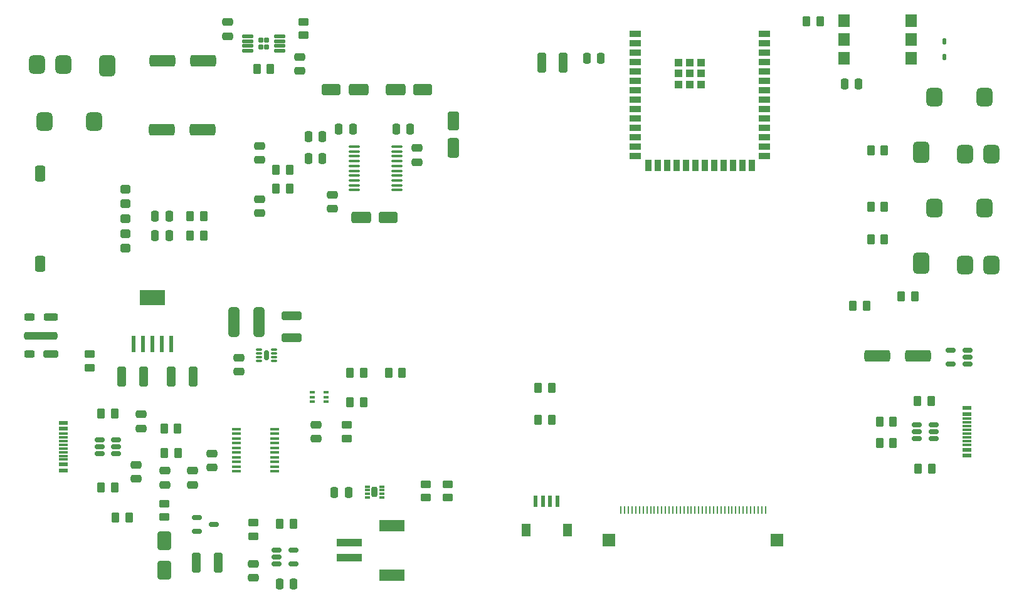
<source format=gtp>
G04 #@! TF.GenerationSoftware,KiCad,Pcbnew,7.0.6*
G04 #@! TF.CreationDate,2023-09-13T17:44:04-07:00*
G04 #@! TF.ProjectId,tulipcc,74756c69-7063-4632-9e6b-696361645f70,rev?*
G04 #@! TF.SameCoordinates,Original*
G04 #@! TF.FileFunction,Paste,Top*
G04 #@! TF.FilePolarity,Positive*
%FSLAX46Y46*%
G04 Gerber Fmt 4.6, Leading zero omitted, Abs format (unit mm)*
G04 Created by KiCad (PCBNEW 7.0.6) date 2023-09-13 17:44:04*
%MOMM*%
%LPD*%
G01*
G04 APERTURE LIST*
G04 Aperture macros list*
%AMRoundRect*
0 Rectangle with rounded corners*
0 $1 Rounding radius*
0 $2 $3 $4 $5 $6 $7 $8 $9 X,Y pos of 4 corners*
0 Add a 4 corners polygon primitive as box body*
4,1,4,$2,$3,$4,$5,$6,$7,$8,$9,$2,$3,0*
0 Add four circle primitives for the rounded corners*
1,1,$1+$1,$2,$3*
1,1,$1+$1,$4,$5*
1,1,$1+$1,$6,$7*
1,1,$1+$1,$8,$9*
0 Add four rect primitives between the rounded corners*
20,1,$1+$1,$2,$3,$4,$5,0*
20,1,$1+$1,$4,$5,$6,$7,0*
20,1,$1+$1,$6,$7,$8,$9,0*
20,1,$1+$1,$8,$9,$2,$3,0*%
G04 Aperture macros list end*
%ADD10RoundRect,0.075000X-0.275000X-0.075000X0.275000X-0.075000X0.275000X0.075000X-0.275000X0.075000X0*%
%ADD11RoundRect,0.200000X-0.200000X-0.490000X0.200000X-0.490000X0.200000X0.490000X-0.200000X0.490000X0*%
%ADD12RoundRect,0.075000X-0.325000X-0.075000X0.325000X-0.075000X0.325000X0.075000X-0.325000X0.075000X0*%
%ADD13RoundRect,0.175000X-0.175000X-0.475000X0.175000X-0.475000X0.175000X0.475000X-0.175000X0.475000X0*%
%ADD14RoundRect,0.100000X-0.637500X-0.100000X0.637500X-0.100000X0.637500X0.100000X-0.637500X0.100000X0*%
%ADD15RoundRect,0.250000X0.250000X0.475000X-0.250000X0.475000X-0.250000X-0.475000X0.250000X-0.475000X0*%
%ADD16RoundRect,0.250000X0.475000X-0.250000X0.475000X0.250000X-0.475000X0.250000X-0.475000X-0.250000X0*%
%ADD17RoundRect,0.250000X-0.250000X-0.475000X0.250000X-0.475000X0.250000X0.475000X-0.250000X0.475000X0*%
%ADD18RoundRect,0.250000X-0.475000X0.250000X-0.475000X-0.250000X0.475000X-0.250000X0.475000X0.250000X0*%
%ADD19RoundRect,0.250000X0.262500X0.450000X-0.262500X0.450000X-0.262500X-0.450000X0.262500X-0.450000X0*%
%ADD20RoundRect,0.350000X0.350000X-0.750000X0.350000X0.750000X-0.350000X0.750000X-0.350000X-0.750000X0*%
%ADD21RoundRect,0.300000X0.400000X-0.300000X0.400000X0.300000X-0.400000X0.300000X-0.400000X-0.300000X0*%
%ADD22RoundRect,0.150000X0.512500X0.150000X-0.512500X0.150000X-0.512500X-0.150000X0.512500X-0.150000X0*%
%ADD23RoundRect,0.375000X0.375000X-1.625000X0.375000X1.625000X-0.375000X1.625000X-0.375000X-1.625000X0*%
%ADD24RoundRect,0.250000X0.450000X-0.262500X0.450000X0.262500X-0.450000X0.262500X-0.450000X-0.262500X0*%
%ADD25RoundRect,0.400000X-1.350000X-0.400000X1.350000X-0.400000X1.350000X0.400000X-1.350000X0.400000X0*%
%ADD26RoundRect,0.250000X-0.450000X0.250000X-0.450000X-0.250000X0.450000X-0.250000X0.450000X0.250000X0*%
%ADD27RoundRect,0.250000X-0.700000X0.250000X-0.700000X-0.250000X0.700000X-0.250000X0.700000X0.250000X0*%
%ADD28RoundRect,0.250000X-2.000000X0.250000X-2.000000X-0.250000X2.000000X-0.250000X2.000000X0.250000X0*%
%ADD29RoundRect,0.250000X-0.750000X0.250000X-0.750000X-0.250000X0.750000X-0.250000X0.750000X0.250000X0*%
%ADD30RoundRect,0.250000X0.325000X1.100000X-0.325000X1.100000X-0.325000X-1.100000X0.325000X-1.100000X0*%
%ADD31RoundRect,0.550000X-0.550000X-0.700000X0.550000X-0.700000X0.550000X0.700000X-0.550000X0.700000X0*%
%ADD32RoundRect,0.550000X-0.550000X-0.900000X0.550000X-0.900000X0.550000X0.900000X-0.550000X0.900000X0*%
%ADD33RoundRect,0.250000X-1.100000X0.325000X-1.100000X-0.325000X1.100000X-0.325000X1.100000X0.325000X0*%
%ADD34RoundRect,0.400000X-0.950000X-0.400000X0.950000X-0.400000X0.950000X0.400000X-0.950000X0.400000X0*%
%ADD35RoundRect,0.400000X-0.900000X-0.400000X0.900000X-0.400000X0.900000X0.400000X-0.900000X0.400000X0*%
%ADD36RoundRect,0.250000X-0.325000X-1.100000X0.325000X-1.100000X0.325000X1.100000X-0.325000X1.100000X0*%
%ADD37R,1.700000X1.700000*%
%ADD38R,0.250000X1.100000*%
%ADD39RoundRect,0.250000X-0.262500X-0.450000X0.262500X-0.450000X0.262500X0.450000X-0.262500X0.450000X0*%
%ADD40RoundRect,0.157500X-0.157500X-0.222500X0.157500X-0.222500X0.157500X0.222500X-0.157500X0.222500X0*%
%ADD41RoundRect,0.125000X-0.600000X-0.125000X0.600000X-0.125000X0.600000X0.125000X-0.600000X0.125000X0*%
%ADD42R,1.500000X0.900000*%
%ADD43R,0.900000X1.500000*%
%ADD44R,1.000000X1.000000*%
%ADD45RoundRect,0.150000X-0.512500X-0.150000X0.512500X-0.150000X0.512500X0.150000X-0.512500X0.150000X0*%
%ADD46R,3.400000X1.500000*%
%ADD47R,3.500000X1.000000*%
%ADD48R,1.240000X0.600000*%
%ADD49R,1.240000X0.300000*%
%ADD50RoundRect,0.400000X0.950000X0.400000X-0.950000X0.400000X-0.950000X-0.400000X0.950000X-0.400000X0*%
%ADD51RoundRect,0.400000X0.900000X0.400000X-0.900000X0.400000X-0.900000X-0.400000X0.900000X-0.400000X0*%
%ADD52RoundRect,0.250000X-0.450000X0.262500X-0.450000X-0.262500X0.450000X-0.262500X0.450000X0.262500X0*%
%ADD53R,0.650000X0.400000*%
%ADD54R,1.219200X1.803400*%
%ADD55R,0.609600X1.549400*%
%ADD56RoundRect,0.400000X-0.400000X0.950000X-0.400000X-0.950000X0.400000X-0.950000X0.400000X0.950000X0*%
%ADD57RoundRect,0.400000X-0.400000X0.900000X-0.400000X-0.900000X0.400000X-0.900000X0.400000X0.900000X0*%
%ADD58R,1.200000X0.400000*%
%ADD59R,1.520000X1.780000*%
%ADD60R,0.600000X2.200000*%
%ADD61R,3.450000X2.150000*%
%ADD62RoundRect,0.250000X0.650000X-1.000000X0.650000X1.000000X-0.650000X1.000000X-0.650000X-1.000000X0*%
%ADD63RoundRect,0.550000X0.550000X0.700000X-0.550000X0.700000X-0.550000X-0.700000X0.550000X-0.700000X0*%
%ADD64RoundRect,0.550000X0.550000X0.900000X-0.550000X0.900000X-0.550000X-0.900000X0.550000X-0.900000X0*%
%ADD65RoundRect,0.112500X0.112500X-0.287500X0.112500X0.287500X-0.112500X0.287500X-0.112500X-0.287500X0*%
G04 APERTURE END LIST*
D10*
X47100000Y18600000D03*
X47100000Y18100000D03*
X47100000Y17600000D03*
X47100000Y17100000D03*
X49075000Y17100000D03*
X49075000Y17600000D03*
X49075000Y18100000D03*
X49075000Y18600000D03*
D11*
X48087500Y17850000D03*
D12*
X32512500Y37087500D03*
X32512500Y36587500D03*
X32512500Y36087500D03*
X32512500Y35587500D03*
X34487500Y35587500D03*
X34487500Y36087500D03*
X34487500Y36587500D03*
X34487500Y37087500D03*
D13*
X33500000Y36337500D03*
D14*
X45337500Y64525000D03*
X45337500Y63875000D03*
X45337500Y63225000D03*
X45337500Y62575000D03*
X45337500Y61925000D03*
X45337500Y61275000D03*
X45337500Y60625000D03*
X45337500Y59975000D03*
X45337500Y59325000D03*
X45337500Y58675000D03*
X51062500Y58675000D03*
X51062500Y59325000D03*
X51062500Y59975000D03*
X51062500Y60625000D03*
X51062500Y61275000D03*
X51062500Y61925000D03*
X51062500Y62575000D03*
X51062500Y63225000D03*
X51062500Y63875000D03*
X51062500Y64525000D03*
D15*
X37150000Y5400000D03*
X35250000Y5400000D03*
D16*
X28200000Y79450000D03*
X28200000Y81350000D03*
D17*
X51000000Y66900000D03*
X52900000Y66900000D03*
D15*
X78650000Y76500000D03*
X76750000Y76500000D03*
D18*
X29787500Y36037500D03*
X29787500Y34137500D03*
D19*
X72012500Y27600000D03*
X70187500Y27600000D03*
D20*
X2900000Y48700000D03*
X2900000Y60900000D03*
D21*
X14400000Y50800000D03*
X14400000Y52800000D03*
X14400000Y54800000D03*
X14400000Y56800000D03*
X14400000Y58800000D03*
D22*
X128137500Y35150000D03*
X128137500Y36100000D03*
X128137500Y37050000D03*
X125862500Y37050000D03*
X125862500Y35150000D03*
D23*
X29100000Y40837500D03*
X32500000Y40837500D03*
D24*
X31700000Y11887500D03*
X31700000Y13712500D03*
D19*
X25012500Y55100000D03*
X23187500Y55100000D03*
D25*
X121450000Y36300000D03*
X115950000Y36300000D03*
D16*
X23500000Y18850000D03*
X23500000Y20750000D03*
D26*
X1500000Y41500000D03*
X1500000Y36500000D03*
D27*
X4350000Y41500000D03*
D28*
X3050000Y39000000D03*
D29*
X4400000Y36500000D03*
D30*
X23575000Y33500000D03*
X20625000Y33500000D03*
D31*
X3500000Y67950000D03*
X10200000Y67950000D03*
X6100000Y75650000D03*
X2500000Y75650000D03*
D32*
X12000000Y75450000D03*
D33*
X36900000Y41675000D03*
X36900000Y38725000D03*
D22*
X123587500Y25050000D03*
X123587500Y26000000D03*
X123587500Y26950000D03*
X121312500Y26950000D03*
X121312500Y26000000D03*
X121312500Y25050000D03*
D19*
X118112500Y27400000D03*
X116287500Y27400000D03*
D24*
X58000000Y17087500D03*
X58000000Y18912500D03*
D18*
X32600000Y57450000D03*
X32600000Y55550000D03*
D34*
X45900000Y72200000D03*
D35*
X42250000Y72200000D03*
D36*
X70625000Y75900000D03*
X73575000Y75900000D03*
D37*
X79750000Y11400000D03*
X102450000Y11400000D03*
D38*
X81350000Y15410000D03*
X81850000Y15410000D03*
X82350000Y15410000D03*
X82850000Y15410000D03*
X83350000Y15410000D03*
X83850000Y15410000D03*
X84350000Y15410000D03*
X84850000Y15410000D03*
X85350000Y15410000D03*
X85850000Y15410000D03*
X86350000Y15410000D03*
X86850000Y15410000D03*
X87350000Y15410000D03*
X87850000Y15410000D03*
X88350000Y15410000D03*
X88850000Y15410000D03*
X89350000Y15410000D03*
X89850000Y15410000D03*
X90350000Y15410000D03*
X90850000Y15410000D03*
X91350000Y15410000D03*
X91850000Y15410000D03*
X92350000Y15410000D03*
X92850000Y15410000D03*
X93350000Y15410000D03*
X93850000Y15410000D03*
X94350000Y15410000D03*
X94850000Y15410000D03*
X95350000Y15410000D03*
X95850000Y15410000D03*
X96350000Y15410000D03*
X96850000Y15410000D03*
X97350000Y15410000D03*
X97850000Y15410000D03*
X98350000Y15410000D03*
X98850000Y15410000D03*
X99350000Y15410000D03*
X99850000Y15410000D03*
X100350000Y15410000D03*
X100850000Y15410000D03*
D39*
X115087500Y64000000D03*
X116912500Y64000000D03*
D40*
X32720000Y78940000D03*
X32720000Y78000000D03*
X33500000Y78940000D03*
X33500000Y78000000D03*
D41*
X30960000Y79445000D03*
X30960000Y78795000D03*
X30960000Y78145000D03*
X30960000Y77495000D03*
X35260000Y77495000D03*
X35260000Y78145000D03*
X35260000Y78795000D03*
X35260000Y79445000D03*
D17*
X39150000Y65900000D03*
X41050000Y65900000D03*
D42*
X83250000Y79760000D03*
X83250000Y78490000D03*
X83250000Y77220000D03*
X83250000Y75950000D03*
X83250000Y74680000D03*
X83250000Y73410000D03*
X83250000Y72140000D03*
X83250000Y70870000D03*
X83250000Y69600000D03*
X83250000Y68330000D03*
X83250000Y67060000D03*
X83250000Y65790000D03*
X83250000Y64520000D03*
X83250000Y63250000D03*
D43*
X85015000Y62000000D03*
X86285000Y62000000D03*
X87555000Y62000000D03*
X88825000Y62000000D03*
X90095000Y62000000D03*
X91365000Y62000000D03*
X92635000Y62000000D03*
X93905000Y62000000D03*
X95175000Y62000000D03*
X96445000Y62000000D03*
X97715000Y62000000D03*
X98985000Y62000000D03*
D42*
X100750000Y63250000D03*
X100750000Y64520000D03*
X100750000Y65790000D03*
X100750000Y67060000D03*
X100750000Y68330000D03*
X100750000Y69600000D03*
X100750000Y70870000D03*
X100750000Y72140000D03*
X100750000Y73410000D03*
X100750000Y74680000D03*
X100750000Y75950000D03*
X100750000Y77220000D03*
X100750000Y78490000D03*
X100750000Y79760000D03*
D44*
X89140000Y75910000D03*
X89140000Y74410000D03*
X89140000Y74410000D03*
X89140000Y72910000D03*
X90640000Y75910000D03*
X90640000Y75910000D03*
X90640000Y74410000D03*
X90640000Y72910000D03*
X92140000Y75910000D03*
X92140000Y74410000D03*
X92140000Y72910000D03*
D45*
X10927000Y24950000D03*
X10927000Y24000000D03*
X10927000Y23050000D03*
X13202000Y23050000D03*
X13202000Y24000000D03*
X13202000Y24950000D03*
D19*
X116912500Y56400000D03*
X115087500Y56400000D03*
D46*
X50400000Y6650000D03*
X50400000Y13350000D03*
D47*
X44650000Y9000000D03*
X44650000Y11000000D03*
D19*
X36612500Y61400000D03*
X34787500Y61400000D03*
D18*
X31700000Y8150000D03*
X31700000Y6250000D03*
D15*
X44550000Y17800000D03*
X42650000Y17800000D03*
D48*
X6035500Y27200000D03*
X6035500Y26400000D03*
D49*
X6035500Y25250000D03*
X6035500Y24250000D03*
X6035500Y23750000D03*
X6035500Y22750000D03*
D48*
X6035500Y21600000D03*
X6035500Y20800000D03*
X6035500Y20800000D03*
X6035500Y21600000D03*
D49*
X6035500Y22250000D03*
X6035500Y23250000D03*
X6035500Y24750000D03*
X6035500Y25750000D03*
D48*
X6035500Y26400000D03*
X6035500Y27200000D03*
D50*
X46250000Y55000000D03*
D51*
X49900000Y55000000D03*
D52*
X44300000Y26912500D03*
X44300000Y25087500D03*
D18*
X15900000Y21550000D03*
X15900000Y19650000D03*
D19*
X123212500Y30200000D03*
X121387500Y30200000D03*
D39*
X32187500Y75000000D03*
X34012500Y75000000D03*
D25*
X24850000Y66800000D03*
X19350000Y66800000D03*
D45*
X24062500Y14450000D03*
X24062500Y12550000D03*
X26337500Y13500000D03*
D18*
X38000000Y76650000D03*
X38000000Y74750000D03*
D39*
X35287500Y13600000D03*
X37112500Y13600000D03*
D53*
X41550000Y30050000D03*
X41550000Y30700000D03*
X41550000Y31350000D03*
X39650000Y31350000D03*
X39650000Y30700000D03*
X39650000Y30050000D03*
D54*
X68503600Y12719050D03*
X74091600Y12719050D03*
D55*
X69797600Y16630650D03*
X70797601Y16630650D03*
X71797599Y16630650D03*
X72797600Y16630650D03*
D39*
X13087500Y14400000D03*
X14912500Y14400000D03*
D16*
X32600000Y62750000D03*
X32600000Y64650000D03*
D24*
X9600000Y36512500D03*
X9600000Y34687500D03*
D15*
X20350000Y55100000D03*
X18450000Y55100000D03*
D56*
X58700000Y64350000D03*
D57*
X58700000Y68000000D03*
D16*
X16587500Y26450000D03*
X16587500Y28350000D03*
D39*
X23187500Y52500000D03*
X25012500Y52500000D03*
D19*
X123312500Y21000000D03*
X121487500Y21000000D03*
D39*
X11152000Y18500000D03*
X12977000Y18500000D03*
D48*
X128029000Y22800000D03*
X128029000Y23600000D03*
D49*
X128029000Y24750000D03*
X128029000Y25750000D03*
X128029000Y26250000D03*
X128029000Y27250000D03*
D48*
X128029000Y28400000D03*
X128029000Y29200000D03*
X128029000Y29200000D03*
X128029000Y28400000D03*
D49*
X128029000Y27750000D03*
X128029000Y26750000D03*
X128029000Y25250000D03*
X128029000Y24250000D03*
D48*
X128029000Y23600000D03*
X128029000Y22800000D03*
D17*
X111550000Y73000000D03*
X113450000Y73000000D03*
D39*
X19687500Y23100000D03*
X21512500Y23100000D03*
X19675000Y26400000D03*
X21500000Y26400000D03*
D52*
X38460000Y81412500D03*
X38460000Y79587500D03*
D19*
X72012500Y31900000D03*
X70187500Y31900000D03*
D18*
X53800000Y64350000D03*
X53800000Y62450000D03*
D58*
X34600000Y20642500D03*
X34600000Y21277500D03*
X34600000Y21912500D03*
X34600000Y22547500D03*
X34600000Y23182500D03*
X34600000Y23817500D03*
X34600000Y24452500D03*
X34600000Y25087500D03*
X34600000Y25722500D03*
X34600000Y26357500D03*
X29400000Y26357500D03*
X29400000Y25722500D03*
X29400000Y25087500D03*
X29400000Y24452500D03*
X29400000Y23817500D03*
X29400000Y23182500D03*
X29400000Y22547500D03*
X29400000Y21912500D03*
X29400000Y21277500D03*
X29400000Y20642500D03*
D19*
X116925000Y52000000D03*
X115100000Y52000000D03*
X108212500Y81500000D03*
X106387500Y81500000D03*
D59*
X120500000Y76460000D03*
X120500000Y79000000D03*
X120500000Y81540000D03*
X111500000Y81540000D03*
X111500000Y79000000D03*
X111500000Y76460000D03*
D39*
X44787500Y34000000D03*
X46612500Y34000000D03*
D60*
X15560000Y37862500D03*
X16830000Y37862500D03*
X18100000Y37862500D03*
X19370000Y37862500D03*
X20640000Y37862500D03*
D61*
X18100000Y44162500D03*
D15*
X41050000Y62900000D03*
X39150000Y62900000D03*
D19*
X118112500Y24500000D03*
X116287500Y24500000D03*
D52*
X19700000Y16312500D03*
X19700000Y14487500D03*
D19*
X46612500Y30000000D03*
X44787500Y30000000D03*
D39*
X119187500Y44300000D03*
X121012500Y44300000D03*
D36*
X24025000Y8300000D03*
X26975000Y8300000D03*
D39*
X11152000Y28500000D03*
X12977000Y28500000D03*
D62*
X19700000Y7300000D03*
X19700000Y11300000D03*
D18*
X40200000Y26950000D03*
X40200000Y25050000D03*
D16*
X19800000Y18850000D03*
X19800000Y20750000D03*
D45*
X34862500Y10050000D03*
X34862500Y9100000D03*
X34862500Y8150000D03*
X37137500Y8150000D03*
X37137500Y10050000D03*
D39*
X112687500Y43000000D03*
X114512500Y43000000D03*
D36*
X16875000Y33500000D03*
X13925000Y33500000D03*
D18*
X26100000Y23050000D03*
X26100000Y21150000D03*
X42400000Y58050000D03*
X42400000Y56150000D03*
D19*
X36612500Y58900000D03*
X34787500Y58900000D03*
D25*
X24950000Y76100000D03*
X19450000Y76100000D03*
D15*
X20350000Y52500000D03*
X18450000Y52500000D03*
D39*
X49987500Y34000000D03*
X51812500Y34000000D03*
D15*
X45150000Y66900000D03*
X43250000Y66900000D03*
D63*
X130400000Y56250000D03*
X123700000Y56250000D03*
X127800000Y48550000D03*
X131400000Y48550000D03*
D64*
X121900000Y48750000D03*
D52*
X55000000Y18912500D03*
X55000000Y17087500D03*
D63*
X130400000Y71250000D03*
X123700000Y71250000D03*
X127800000Y63550000D03*
X131400000Y63550000D03*
D64*
X121900000Y63750000D03*
D50*
X50900000Y72200000D03*
D51*
X54550000Y72200000D03*
D65*
X125000000Y76650000D03*
X125000000Y78750000D03*
M02*

</source>
